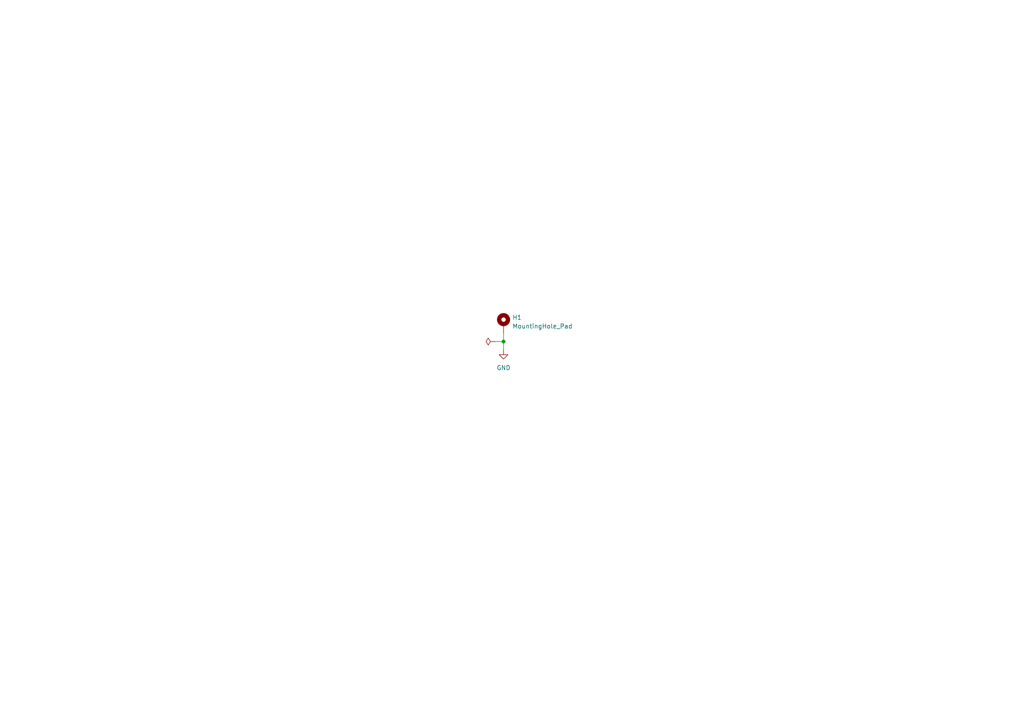
<source format=kicad_sch>
(kicad_sch (version 20230121) (generator eeschema)
  (paper "A4")
  (title_block (title "MICRO-OX IO Jack Panel") (date "2023-05-18") (rev "0") (comment 2 "creativecommons.org/licenses/by/4.0") (comment 3 "license: CC by 4.0") (comment 4 "Author: Jordan Aceto"))
  (lib_symbols
    (symbol "Mechanical:MountingHole_Pad" (pin_numbers hide) (pin_names (offset 1.016) hide)
      (property "Reference" "H" (at 0 6.35 0))
      (property "Value" "MountingHole_Pad" (at 0 4.445 0))
      (symbol "MountingHole_Pad_0_1"
        (circle (center 0 1.27) (radius 1.27) (stroke (width 1.27)))
      )
      (symbol "MountingHole_Pad_1_1"
        (pin input line (at 0 -2.54 90) (length 2.54) (name "1") (number "1"))
      )
    )
    (symbol "power:GND" (power) (pin_names (offset 0))
      (property "Value" "GND" (at 0 -3.81 0))
      (symbol "GND_0_1"
        (polyline (pts (xy 0 0) (xy 0 -1.27) (xy 1.27 -1.27) (xy 0 -2.54) (xy -1.27 -1.27) (xy 0 -1.27)))
      )
      (symbol "GND_1_1"
        (pin power_in line (at 0 0 270) (length 0) hide (name "GND") (number "1"))
      )
    )
    (symbol "power:PWR_FLAG" (power) (pin_numbers hide) (pin_names (offset 0) hide)
      (property "Value" "PWR_FLAG" (at 0 3.81 0))
      (symbol "PWR_FLAG_0_0"
        (pin power_out line (at 0 0 90) (length 0) (name "pwr") (number "1"))
      )
      (symbol "PWR_FLAG_0_1"
        (polyline (pts (xy 0 0) (xy 0 1.27) (xy -1.016 1.905) (xy 0 2.54) (xy 1.016 1.905) (xy 0 1.27)))
      )
    )
  )
  (junction (at 146.05 99.06))
  (wire (pts (xy 146.05 99.06) (xy 146.05 96.52)))
  (wire (pts (xy 146.05 99.06) (xy 146.05 101.6)))
  (wire (pts (xy 143.51 99.06) (xy 146.05 99.06)))
  (symbol (lib_id "Mechanical:MountingHole_Pad") (at 146.05 93.98 0) (unit 1)
    (property "Reference" "H1" (at 148.59 92.075 0) (effects (justify left)))
    (property "Value" "MountingHole_Pad" (at 148.59 94.615 0) (effects (justify left)))
    (property "Footprint" "MountingHole:MountingHole_4.3mm_M4_Pad_Via" (effects hide))
  )
  (symbol (lib_id "power:PWR_FLAG") (at 143.51 99.06 90) (unit 1)
    (property "Reference" "#FLG01" (effects hide))
    (property "Value" "PWR_FLAG" (effects hide))
  )
  (symbol (lib_id "power:GND") (at 146.05 101.6 0) (unit 1)
    (property "Reference" "#PWR01" (effects hide))
    (property "Value" "GND" (at 146.05 106.68 0))
  )
)
</source>
